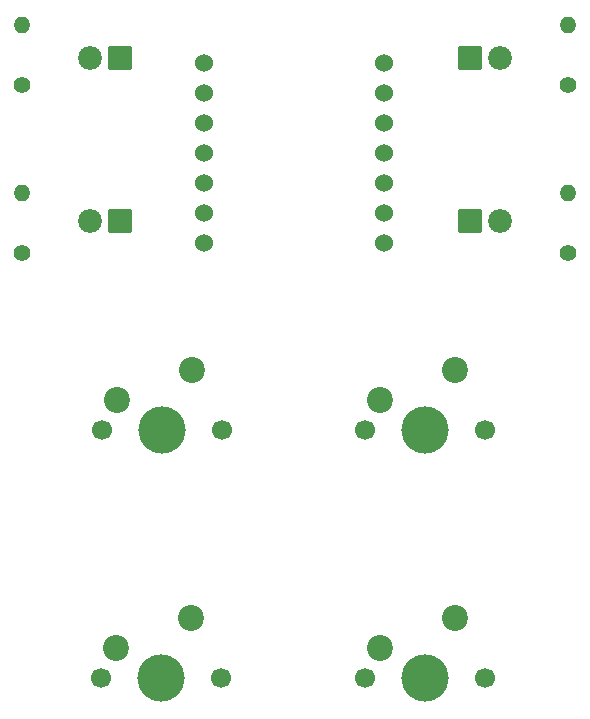
<source format=gbr>
%TF.GenerationSoftware,KiCad,Pcbnew,8.0.9-1.fc40*%
%TF.CreationDate,2025-07-05T11:51:32+08:00*%
%TF.ProjectId,pcb,7063622e-6b69-4636-9164-5f7063625858,rev?*%
%TF.SameCoordinates,Original*%
%TF.FileFunction,Soldermask,Bot*%
%TF.FilePolarity,Negative*%
%FSLAX46Y46*%
G04 Gerber Fmt 4.6, Leading zero omitted, Abs format (unit mm)*
G04 Created by KiCad (PCBNEW 8.0.9-1.fc40) date 2025-07-05 11:51:32*
%MOMM*%
%LPD*%
G01*
G04 APERTURE LIST*
G04 Aperture macros list*
%AMRoundRect*
0 Rectangle with rounded corners*
0 $1 Rounding radius*
0 $2 $3 $4 $5 $6 $7 $8 $9 X,Y pos of 4 corners*
0 Add a 4 corners polygon primitive as box body*
4,1,4,$2,$3,$4,$5,$6,$7,$8,$9,$2,$3,0*
0 Add four circle primitives for the rounded corners*
1,1,$1+$1,$2,$3*
1,1,$1+$1,$4,$5*
1,1,$1+$1,$6,$7*
1,1,$1+$1,$8,$9*
0 Add four rect primitives between the rounded corners*
20,1,$1+$1,$2,$3,$4,$5,0*
20,1,$1+$1,$4,$5,$6,$7,0*
20,1,$1+$1,$6,$7,$8,$9,0*
20,1,$1+$1,$8,$9,$2,$3,0*%
G04 Aperture macros list end*
%ADD10C,2.200000*%
%ADD11C,1.700000*%
%ADD12C,4.000000*%
%ADD13RoundRect,0.102000X-0.907500X-0.907500X0.907500X-0.907500X0.907500X0.907500X-0.907500X0.907500X0*%
%ADD14C,2.019000*%
%ADD15O,1.400000X1.400000*%
%ADD16C,1.400000*%
%ADD17RoundRect,0.102000X0.907500X0.907500X-0.907500X0.907500X-0.907500X-0.907500X0.907500X-0.907500X0*%
%ADD18C,1.524000*%
G04 APERTURE END LIST*
D10*
%TO.C,SW3*%
X237490000Y-103460000D03*
X243840000Y-100920000D03*
D11*
X246380000Y-106000000D03*
D12*
X241300000Y-106000000D03*
D11*
X236220000Y-106000000D03*
%TD*%
D13*
%TO.C,D4*%
X267460000Y-67250000D03*
D14*
X270000000Y-67250000D03*
%TD*%
%TO.C,D2*%
X270000000Y-53500000D03*
D13*
X267460000Y-53500000D03*
%TD*%
D15*
%TO.C,R2*%
X275710000Y-50670000D03*
D16*
X275710000Y-55750000D03*
%TD*%
D14*
%TO.C,D3*%
X235230000Y-67250000D03*
D17*
X237770000Y-67250000D03*
%TD*%
D11*
%TO.C,SW4*%
X258570000Y-106000000D03*
D12*
X263650000Y-106000000D03*
D11*
X268730000Y-106000000D03*
D10*
X266190000Y-100920000D03*
X259840000Y-103460000D03*
%TD*%
D15*
%TO.C,R1*%
X229520000Y-50670000D03*
D16*
X229520000Y-55750000D03*
%TD*%
D14*
%TO.C,D1*%
X235230000Y-53500000D03*
D17*
X237770000Y-53500000D03*
%TD*%
D15*
%TO.C,R3*%
X229520000Y-64920000D03*
D16*
X229520000Y-70000000D03*
%TD*%
%TO.C,R4*%
X275710000Y-70000000D03*
D15*
X275710000Y-64920000D03*
%TD*%
D11*
%TO.C,SW1*%
X236300000Y-85000000D03*
D12*
X241380000Y-85000000D03*
D11*
X246460000Y-85000000D03*
D10*
X243920000Y-79920000D03*
X237570000Y-82460000D03*
%TD*%
%TO.C,SW2*%
X259840000Y-82460000D03*
X266190000Y-79920000D03*
D11*
X268730000Y-85000000D03*
D12*
X263650000Y-85000000D03*
D11*
X258570000Y-85000000D03*
%TD*%
D18*
%TO.C,U1*%
X260120000Y-53880000D03*
X260120000Y-56420000D03*
X260120000Y-58960000D03*
X260120000Y-61500000D03*
X260120000Y-64040000D03*
X260120000Y-66580000D03*
X260120000Y-69120000D03*
X244880000Y-69120000D03*
X244880000Y-66580000D03*
X244880000Y-64040000D03*
X244880000Y-61500000D03*
X244880000Y-58960000D03*
X244880000Y-56420000D03*
X244880000Y-53880000D03*
%TD*%
M02*

</source>
